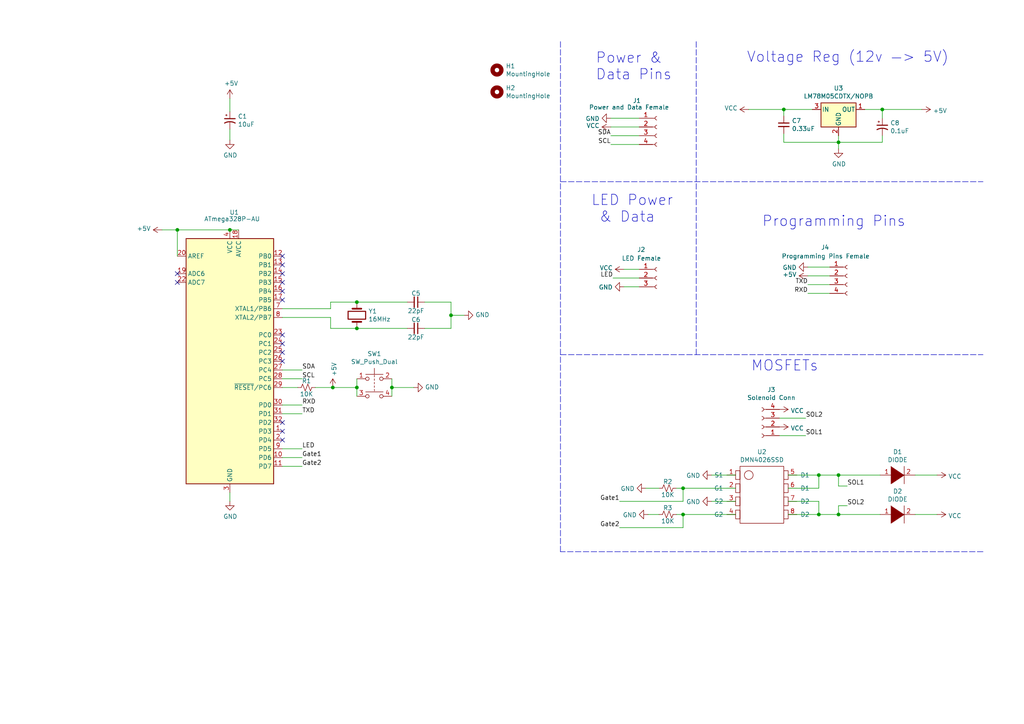
<source format=kicad_sch>
(kicad_sch (version 20211123) (generator eeschema)
  (paper "A4")
  (lib_symbols
    (symbol "Connector:Conn_01x03_Female" (pin_names (offset 1.016) hide)
      (property "Reference" "J" (at 0 5.08 0))
      (property "Value" "Conn_01x03_Female" (at 0 -5.08 0))
      (symbol "Conn_01x03_Female_1_1"
        (arc (start 0 -2.032) (mid -0.508 -2.54) (end 0 -3.048) (stroke (width 0.1524)))
        (polyline (pts (xy -1.27 -2.54) (xy -0.508 -2.54)) (stroke (width 0.1524)))
        (polyline (pts (xy -1.27 0) (xy -0.508 0)) (stroke (width 0.1524)))
        (polyline (pts (xy -1.27 2.54) (xy -0.508 2.54)) (stroke (width 0.1524)))
        (arc (start 0 0.508) (mid -0.508 0) (end 0 -0.508) (stroke (width 0.1524)))
        (arc (start 0 3.048) (mid -0.508 2.54) (end 0 2.032) (stroke (width 0.1524)))
        (pin passive line (at -5.08 2.54 0) (length 3.81) (name "Pin_1") (number "1"))
        (pin passive line (at -5.08 0 0) (length 3.81) (name "Pin_2") (number "2"))
        (pin passive line (at -5.08 -2.54 0) (length 3.81) (name "Pin_3") (number "3"))
      )
    )
    (symbol "Connector:Conn_01x04_Female" (pin_names (offset 1.016) hide)
      (property "Reference" "J" (at 0 5.08 0))
      (property "Value" "Conn_01x04_Female" (at 0 -7.62 0))
      (symbol "Conn_01x04_Female_1_1"
        (arc (start 0 -4.572) (mid -0.508 -5.08) (end 0 -5.588) (stroke (width 0.1524)))
        (arc (start 0 -2.032) (mid -0.508 -2.54) (end 0 -3.048) (stroke (width 0.1524)))
        (polyline (pts (xy -1.27 -5.08) (xy -0.508 -5.08)) (stroke (width 0.1524)))
        (polyline (pts (xy -1.27 -2.54) (xy -0.508 -2.54)) (stroke (width 0.1524)))
        (polyline (pts (xy -1.27 0) (xy -0.508 0)) (stroke (width 0.1524)))
        (polyline (pts (xy -1.27 2.54) (xy -0.508 2.54)) (stroke (width 0.1524)))
        (arc (start 0 0.508) (mid -0.508 0) (end 0 -0.508) (stroke (width 0.1524)))
        (arc (start 0 3.048) (mid -0.508 2.54) (end 0 2.032) (stroke (width 0.1524)))
        (pin passive line (at -5.08 2.54 0) (length 3.81) (name "Pin_1") (number "1"))
        (pin passive line (at -5.08 0 0) (length 3.81) (name "Pin_2") (number "2"))
        (pin passive line (at -5.08 -2.54 0) (length 3.81) (name "Pin_3") (number "3"))
        (pin passive line (at -5.08 -5.08 0) (length 3.81) (name "Pin_4") (number "4"))
      )
    )
    (symbol "Device:C_Small" (pin_numbers hide) (pin_names (offset 0.254) hide)
      (property "Reference" "C" (at 0.254 1.778 0))
      (property "Value" "C_Small" (at 0.254 -2.032 0))
      (symbol "C_Small_0_1"
        (polyline (pts (xy -1.524 -0.508) (xy 1.524 -0.508)) (stroke (width 0.3302)))
        (polyline (pts (xy -1.524 0.508) (xy 1.524 0.508)) (stroke (width 0.3048)))
      )
      (symbol "C_Small_1_1"
        (pin passive line (at 0 2.54 270) (length 2.032) (name "~") (number "1"))
        (pin passive line (at 0 -2.54 90) (length 2.032) (name "~") (number "2"))
      )
    )
    (symbol "Device:Crystal" (pin_numbers hide) (pin_names (offset 1.016) hide)
      (property "Reference" "Y" (at 0 3.81 0))
      (property "Value" "Crystal" (at 0 -3.81 0))
      (symbol "Crystal_0_1"
        (rectangle (start -1.143 2.54) (end 1.143 -2.54) (stroke (width 0.3048)))
        (polyline (pts (xy -2.54 0) (xy -1.905 0)))
        (polyline (pts (xy -1.905 -1.27) (xy -1.905 1.27)) (stroke (width 0.508)))
        (polyline (pts (xy 1.905 -1.27) (xy 1.905 1.27)) (stroke (width 0.508)))
        (polyline (pts (xy 2.54 0) (xy 1.905 0)))
      )
      (symbol "Crystal_1_1"
        (pin passive line (at -3.81 0 0) (length 1.27) (name "1") (number "1"))
        (pin passive line (at 3.81 0 180) (length 1.27) (name "2") (number "2"))
      )
    )
    (symbol "Device:R_Small_US" (pin_numbers hide) (pin_names (offset 0.254) hide)
      (property "Reference" "R" (at 0.762 0.508 0))
      (property "Value" "R_Small_US" (at 0.762 -1.016 0))
      (symbol "R_Small_US_1_1"
        (polyline (pts (xy 0 0) (xy 1.016 -0.381) (xy 0 -0.762) (xy -1.016 -1.143) (xy 0 -1.524)))
        (polyline (pts (xy 0 1.524) (xy 1.016 1.143) (xy 0 0.762) (xy -1.016 0.381) (xy 0 0)))
        (pin passive line (at 0 2.54 270) (length 1.016) (name "~") (number "1"))
        (pin passive line (at 0 -2.54 90) (length 1.016) (name "~") (number "2"))
      )
    )
    (symbol "Free_Flier_PCB-rescue:ATmega328P-AU-MCU_Microchip_ATmega"
      (property "Reference" "U" (at -12.7 36.83 0))
      (property "Value" "ATmega328P-AU-MCU_Microchip_ATmega" (at 2.54 -36.83 0))
      (symbol "ATmega328P-AU-MCU_Microchip_ATmega_0_1"
        (rectangle (start -12.7 -35.56) (end 12.7 35.56) (stroke (width 0.254)) (fill (type background)))
      )
      (symbol "ATmega328P-AU-MCU_Microchip_ATmega_1_1"
        (pin bidirectional line (at 15.24 -20.32 180) (length 2.54) (name "PD3") (number "1"))
        (pin bidirectional line (at 15.24 -27.94 180) (length 2.54) (name "PD6") (number "10"))
        (pin bidirectional line (at 15.24 -30.48 180) (length 2.54) (name "PD7") (number "11"))
        (pin bidirectional line (at 15.24 30.48 180) (length 2.54) (name "PB0") (number "12"))
        (pin bidirectional line (at 15.24 27.94 180) (length 2.54) (name "PB1") (number "13"))
        (pin bidirectional line (at 15.24 25.4 180) (length 2.54) (name "PB2") (number "14"))
        (pin bidirectional line (at 15.24 22.86 180) (length 2.54) (name "PB3") (number "15"))
        (pin bidirectional line (at 15.24 20.32 180) (length 2.54) (name "PB4") (number "16"))
        (pin bidirectional line (at 15.24 17.78 180) (length 2.54) (name "PB5") (number "17"))
        (pin power_in line (at 2.54 38.1 270) (length 2.54) (name "AVCC") (number "18"))
        (pin input line (at -15.24 25.4 0) (length 2.54) (name "ADC6") (number "19"))
        (pin bidirectional line (at 15.24 -22.86 180) (length 2.54) (name "PD4") (number "2"))
        (pin passive line (at -15.24 30.48 0) (length 2.54) (name "AREF") (number "20"))
        (pin passive line (at 0 -38.1 90) (length 2.54) hide (name "GND") (number "21"))
        (pin input line (at -15.24 22.86 0) (length 2.54) (name "ADC7") (number "22"))
        (pin bidirectional line (at 15.24 7.62 180) (length 2.54) (name "PC0") (number "23"))
        (pin bidirectional line (at 15.24 5.08 180) (length 2.54) (name "PC1") (number "24"))
        (pin bidirectional line (at 15.24 2.54 180) (length 2.54) (name "PC2") (number "25"))
        (pin bidirectional line (at 15.24 0 180) (length 2.54) (name "PC3") (number "26"))
        (pin bidirectional line (at 15.24 -2.54 180) (length 2.54) (name "PC4") (number "27"))
        (pin bidirectional line (at 15.24 -5.08 180) (length 2.54) (name "PC5") (number "28"))
        (pin bidirectional line (at 15.24 -7.62 180) (length 2.54) (name "~{RESET}/PC6") (number "29"))
        (pin power_in line (at 0 -38.1 90) (length 2.54) (name "GND") (number "3"))
        (pin bidirectional line (at 15.24 -12.7 180) (length 2.54) (name "PD0") (number "30"))
        (pin bidirectional line (at 15.24 -15.24 180) (length 2.54) (name "PD1") (number "31"))
        (pin bidirectional line (at 15.24 -17.78 180) (length 2.54) (name "PD2") (number "32"))
        (pin power_in line (at 0 38.1 270) (length 2.54) (name "VCC") (number "4"))
        (pin passive line (at 0 -38.1 90) (length 2.54) hide (name "GND") (number "5"))
        (pin passive line (at 0 38.1 270) (length 2.54) hide (name "VCC") (number "6"))
        (pin bidirectional line (at 15.24 15.24 180) (length 2.54) (name "XTAL1/PB6") (number "7"))
        (pin bidirectional line (at 15.24 12.7 180) (length 2.54) (name "XTAL2/PB7") (number "8"))
        (pin bidirectional line (at 15.24 -25.4 180) (length 2.54) (name "PD5") (number "9"))
      )
    )
    (symbol "Free_Flier_PCB-rescue:CP1_Small-Device" (pin_numbers hide) (pin_names (offset 0.254) hide)
      (property "Reference" "C" (at 0.254 1.778 0))
      (property "Value" "CP1_Small-Device" (at 0.254 -2.032 0))
      (symbol "CP1_Small-Device_0_1"
        (polyline (pts (xy -1.524 0.508) (xy 1.524 0.508)) (stroke (width 0.3048)))
        (polyline (pts (xy -1.27 1.524) (xy -0.762 1.524)))
        (polyline (pts (xy -1.016 1.27) (xy -1.016 1.778)))
        (arc (start 1.524 -0.762) (mid 0 -0.3734) (end -1.524 -0.762) (stroke (width 0.3048)))
      )
      (symbol "CP1_Small-Device_1_1"
        (pin passive line (at 0 2.54 270) (length 2.032) (name "~") (number "1"))
        (pin passive line (at 0 -2.54 90) (length 2.032) (name "~") (number "2"))
      )
    )
    (symbol "Free_Flier_PCB-rescue:DMN4026SSD-New_Library" (pin_names (offset 1.016))
      (property "Reference" "U" (at 1.27 13.97 0))
      (property "Value" "DMN4026SSD-New_Library" (at 1.27 -5.08 0))
      (symbol "DMN4026SSD-New_Library_0_1"
        (rectangle (start -5.08 0) (end -6.35 -2.54))
        (rectangle (start -5.08 3.81) (end -6.35 1.27))
        (rectangle (start -5.08 7.62) (end -6.35 5.08))
        (rectangle (start -5.08 11.43) (end -6.35 8.89))
        (rectangle (start -5.08 12.7) (end 7.62 -3.81))
        (circle (center -2.54 10.16) (radius 1.27))
        (rectangle (start 7.62 0) (end 8.89 -2.54))
        (rectangle (start 7.62 3.81) (end 8.89 1.27))
        (rectangle (start 7.62 7.62) (end 8.89 5.08))
        (rectangle (start 7.62 11.43) (end 8.89 8.89))
      )
      (symbol "DMN4026SSD-New_Library_1_1"
        (pin input line (at -6.35 10.16 180) (length 2.54) (name "S1") (number "1"))
        (pin input line (at -6.35 6.35 180) (length 2.54) (name "G1") (number "2"))
        (pin input line (at -6.35 2.54 180) (length 2.54) (name "S2") (number "3"))
        (pin input line (at -6.35 -1.27 180) (length 2.54) (name "G2") (number "4"))
        (pin input line (at 8.89 10.16 0) (length 2.54) (name "D1") (number "5"))
        (pin input line (at 8.89 6.35 0) (length 2.54) (name "D1") (number "6"))
        (pin input line (at 8.89 2.54 0) (length 2.54) (name "D2") (number "7"))
        (pin input line (at 8.89 -1.27 0) (length 2.54) (name "D2") (number "8"))
      )
    )
    (symbol "Mechanical:MountingHole" (pin_names (offset 1.016))
      (property "Reference" "H" (at 0 5.08 0))
      (property "Value" "MountingHole" (at 0 3.175 0))
      (symbol "MountingHole_0_1"
        (circle (center 0 0) (radius 1.27) (stroke (width 1.27)))
      )
    )
    (symbol "Regulator_Linear:L78L05_SOT89" (pin_names (offset 0.254))
      (property "Reference" "U" (at -3.81 3.175 0))
      (property "Value" "L78L05_SOT89" (at -0.635 3.175 0))
      (symbol "L78L05_SOT89_0_1"
        (rectangle (start -5.08 1.905) (end 5.08 -5.08) (stroke (width 0.254)) (fill (type background)))
      )
      (symbol "L78L05_SOT89_1_1"
        (pin power_out line (at 7.62 0 180) (length 2.54) (name "OUT") (number "1"))
        (pin power_in line (at 0 -7.62 90) (length 2.54) (name "GND") (number "2"))
        (pin power_in line (at -7.62 0 0) (length 2.54) (name "IN") (number "3"))
      )
    )
    (symbol "Switch:SW_Push_Dual" (pin_names (offset 1.016) hide)
      (property "Reference" "SW" (at 1.27 2.54 0))
      (property "Value" "SW_Push_Dual" (at 0 -6.858 0))
      (symbol "SW_Push_Dual_0_1"
        (circle (center -2.032 -5.08) (radius 0.508))
        (circle (center -2.032 0) (radius 0.508))
        (polyline (pts (xy 0 -3.048) (xy 0 -3.556)))
        (polyline (pts (xy 0 -2.032) (xy 0 -2.54)))
        (polyline (pts (xy 0 -1.524) (xy 0 -1.016)))
        (polyline (pts (xy 0 -0.508) (xy 0 0)))
        (polyline (pts (xy 0 0.508) (xy 0 1.016)))
        (polyline (pts (xy 0 1.27) (xy 0 3.048)))
        (polyline (pts (xy 2.54 -3.81) (xy -2.54 -3.81)))
        (polyline (pts (xy 2.54 1.27) (xy -2.54 1.27)))
        (circle (center 2.032 -5.08) (radius 0.508))
        (circle (center 2.032 0) (radius 0.508))
        (pin passive line (at -5.08 0 0) (length 2.54) (name "1") (number "1"))
        (pin passive line (at 5.08 0 180) (length 2.54) (name "2") (number "2"))
        (pin passive line (at -5.08 -5.08 0) (length 2.54) (name "3") (number "3"))
        (pin passive line (at 5.08 -5.08 180) (length 2.54) (name "4") (number "4"))
      )
    )
    (symbol "power:+5V" (power) (pin_names (offset 0))
      (property "Value" "+5V" (at 0 3.556 0))
      (symbol "+5V_0_1"
        (polyline (pts (xy -0.762 1.27) (xy 0 2.54)))
        (polyline (pts (xy 0 0) (xy 0 2.54)))
        (polyline (pts (xy 0 2.54) (xy 0.762 1.27)))
      )
      (symbol "+5V_1_1"
        (pin power_in line (at 0 0 90) (length 0) hide (name "+5V") (number "1"))
      )
    )
    (symbol "power:GND" (power) (pin_names (offset 0))
      (property "Value" "GND" (at 0 -3.81 0))
      (symbol "GND_0_1"
        (polyline (pts (xy 0 0) (xy 0 -1.27) (xy 1.27 -1.27) (xy 0 -2.54) (xy -1.27 -1.27) (xy 0 -1.27)))
      )
      (symbol "GND_1_1"
        (pin power_in line (at 0 0 270) (length 0) hide (name "GND") (number "1"))
      )
    )
    (symbol "power:VCC" (power) (pin_names (offset 0))
      (property "Value" "VCC" (at 0 3.81 0))
      (symbol "VCC_0_1"
        (polyline (pts (xy -0.762 1.27) (xy 0 2.54)))
        (polyline (pts (xy 0 0) (xy 0 2.54)))
        (polyline (pts (xy 0 2.54) (xy 0.762 1.27)))
      )
      (symbol "VCC_1_1"
        (pin power_in line (at 0 0 90) (length 0) hide (name "VCC") (number "1"))
      )
    )
    (symbol "pspice:DIODE" (pin_names (offset 1.016) hide)
      (property "Reference" "D" (at 0 3.81 0))
      (property "Value" "DIODE" (at 0 -4.445 0))
      (symbol "DIODE_0_1"
        (polyline (pts (xy 1.905 2.54) (xy 1.905 -2.54)))
        (polyline (pts (xy -1.905 2.54) (xy -1.905 -2.54) (xy 1.905 0)) (fill (type outline)))
      )
      (symbol "DIODE_1_1"
        (pin input line (at -5.08 0 0) (length 3.81) (name "K") (number "1"))
        (pin input line (at 5.08 0 180) (length 3.81) (name "A") (number "2"))
      )
    )
  )
  (junction (at 255.905 31.75))
  (junction (at 243.205 137.795))
  (junction (at 243.205 41.275))
  (junction (at 96.52 112.395))
  (junction (at 103.505 112.395))
  (junction (at 198.12 149.225))
  (junction (at 237.49 137.795))
  (junction (at 51.435 66.675))
  (junction (at 237.49 149.225))
  (junction (at 103.505 95.25))
  (junction (at 66.675 66.675))
  (junction (at 198.12 141.605))
  (junction (at 103.505 87.63))
  (junction (at 130.81 91.44))
  (junction (at 243.205 149.225))
  (junction (at 113.665 112.395))
  (junction (at 227.33 31.75))
  (no_connect (at 51.435 79.375))
  (no_connect (at 81.915 84.455))
  (no_connect (at 81.915 86.995))
  (no_connect (at 81.915 102.235))
  (no_connect (at 81.915 79.375))
  (no_connect (at 81.915 76.835))
  (no_connect (at 81.915 99.695))
  (no_connect (at 81.915 122.555))
  (no_connect (at 81.915 97.155))
  (no_connect (at 81.915 81.915))
  (no_connect (at 81.915 127.635))
  (no_connect (at 81.915 125.095))
  (no_connect (at 51.435 81.915))
  (no_connect (at 81.915 104.775))
  (no_connect (at 81.915 74.295))
  (wire (pts (xy 196.215 141.605) (xy 198.12 141.605)))
  (wire (pts (xy 177.165 39.37) (xy 185.42 39.37)))
  (wire (pts (xy 198.12 141.605) (xy 213.36 141.605)))
  (polyline (pts (xy 162.56 102.87) (xy 285.115 102.87)))
  (wire (pts (xy 185.42 78.105) (xy 180.975 78.105)))
  (wire (pts (xy 237.49 149.225) (xy 243.205 149.225)))
  (wire (pts (xy 267.335 31.75) (xy 255.905 31.75)))
  (wire (pts (xy 87.63 107.315) (xy 81.915 107.315)))
  (wire (pts (xy 240.665 85.09) (xy 234.315 85.09)))
  (wire (pts (xy 213.36 137.795) (xy 206.375 137.795)))
  (wire (pts (xy 233.68 121.285) (xy 226.06 121.285)))
  (wire (pts (xy 179.705 153.035) (xy 198.12 153.035)))
  (wire (pts (xy 227.33 38.735) (xy 227.33 41.275)))
  (wire (pts (xy 103.505 87.63) (xy 118.11 87.63)))
  (wire (pts (xy 198.12 145.415) (xy 179.705 145.415)))
  (wire (pts (xy 271.78 149.225) (xy 265.43 149.225)))
  (wire (pts (xy 265.43 137.795) (xy 271.78 137.795)))
  (wire (pts (xy 103.505 95.25) (xy 118.11 95.25)))
  (wire (pts (xy 234.315 80.01) (xy 240.665 80.01)))
  (wire (pts (xy 198.12 149.225) (xy 213.36 149.225)))
  (wire (pts (xy 217.17 31.75) (xy 227.33 31.75)))
  (wire (pts (xy 66.675 32.385) (xy 66.675 28.575)))
  (wire (pts (xy 243.205 41.275) (xy 243.205 39.37)))
  (wire (pts (xy 95.885 95.25) (xy 95.885 92.075)))
  (wire (pts (xy 255.905 31.75) (xy 250.825 31.75)))
  (polyline (pts (xy 285.115 160.02) (xy 162.56 160.02)))
  (wire (pts (xy 103.505 112.395) (xy 96.52 112.395)))
  (wire (pts (xy 69.215 66.675) (xy 66.675 66.675)))
  (wire (pts (xy 96.52 112.395) (xy 91.44 112.395)))
  (wire (pts (xy 66.675 66.675) (xy 51.435 66.675)))
  (wire (pts (xy 123.19 87.63) (xy 130.81 87.63)))
  (wire (pts (xy 177.165 34.29) (xy 185.42 34.29)))
  (wire (pts (xy 120.015 112.395) (xy 113.665 112.395)))
  (wire (pts (xy 177.165 36.83) (xy 185.42 36.83)))
  (wire (pts (xy 113.665 112.395) (xy 113.665 109.855)))
  (wire (pts (xy 51.435 66.675) (xy 51.435 74.295)))
  (wire (pts (xy 243.205 137.795) (xy 255.27 137.795)))
  (wire (pts (xy 81.915 109.855) (xy 87.63 109.855)))
  (wire (pts (xy 103.505 112.395) (xy 103.505 114.935)))
  (wire (pts (xy 240.665 77.47) (xy 234.315 77.47)))
  (wire (pts (xy 198.12 153.035) (xy 198.12 149.225)))
  (wire (pts (xy 103.505 95.25) (xy 95.885 95.25)))
  (wire (pts (xy 130.81 91.44) (xy 130.81 95.25)))
  (wire (pts (xy 255.905 34.29) (xy 255.905 31.75)))
  (wire (pts (xy 206.375 145.415) (xy 213.36 145.415)))
  (wire (pts (xy 81.915 132.715) (xy 87.63 132.715)))
  (wire (pts (xy 245.745 146.685) (xy 243.205 146.685)))
  (wire (pts (xy 237.49 141.605) (xy 237.49 137.795)))
  (wire (pts (xy 243.205 41.275) (xy 255.905 41.275)))
  (wire (pts (xy 243.205 149.225) (xy 255.27 149.225)))
  (wire (pts (xy 228.6 149.225) (xy 237.49 149.225)))
  (wire (pts (xy 196.215 149.225) (xy 198.12 149.225)))
  (wire (pts (xy 66.675 142.875) (xy 66.675 145.415)))
  (wire (pts (xy 177.8 80.645) (xy 185.42 80.645)))
  (wire (pts (xy 228.6 141.605) (xy 237.49 141.605)))
  (wire (pts (xy 180.975 83.185) (xy 185.42 83.185)))
  (wire (pts (xy 187.96 149.225) (xy 191.135 149.225)))
  (wire (pts (xy 255.905 41.275) (xy 255.905 39.37)))
  (wire (pts (xy 130.81 87.63) (xy 130.81 91.44)))
  (wire (pts (xy 237.49 145.415) (xy 237.49 149.225)))
  (wire (pts (xy 227.33 41.275) (xy 243.205 41.275)))
  (wire (pts (xy 185.42 41.91) (xy 177.165 41.91)))
  (wire (pts (xy 234.315 82.55) (xy 240.665 82.55)))
  (polyline (pts (xy 162.56 12.065) (xy 162.56 160.02)))
  (wire (pts (xy 245.745 140.97) (xy 243.205 140.97)))
  (wire (pts (xy 95.885 89.535) (xy 95.885 87.63)))
  (wire (pts (xy 95.885 92.075) (xy 81.915 92.075)))
  (wire (pts (xy 87.63 117.475) (xy 81.915 117.475)))
  (wire (pts (xy 226.06 126.365) (xy 233.68 126.365)))
  (wire (pts (xy 187.325 141.605) (xy 191.135 141.605)))
  (wire (pts (xy 103.505 112.395) (xy 103.505 109.855)))
  (wire (pts (xy 134.62 91.44) (xy 130.81 91.44)))
  (wire (pts (xy 198.12 141.605) (xy 198.12 145.415)))
  (wire (pts (xy 228.6 145.415) (xy 237.49 145.415)))
  (wire (pts (xy 243.205 43.18) (xy 243.205 41.275)))
  (polyline (pts (xy 201.93 12.065) (xy 201.93 102.87)))
  (wire (pts (xy 237.49 137.795) (xy 243.205 137.795)))
  (wire (pts (xy 81.915 120.015) (xy 87.63 120.015)))
  (wire (pts (xy 227.33 33.655) (xy 227.33 31.75)))
  (wire (pts (xy 86.36 112.395) (xy 81.915 112.395)))
  (wire (pts (xy 66.675 37.465) (xy 66.675 40.64)))
  (wire (pts (xy 237.49 137.795) (xy 228.6 137.795)))
  (wire (pts (xy 87.63 130.175) (xy 81.915 130.175)))
  (polyline (pts (xy 162.56 52.705) (xy 285.115 52.705)))
  (wire (pts (xy 130.81 95.25) (xy 123.19 95.25)))
  (wire (pts (xy 81.915 89.535) (xy 95.885 89.535)))
  (wire (pts (xy 95.885 87.63) (xy 103.505 87.63)))
  (wire (pts (xy 243.205 140.97) (xy 243.205 137.795)))
  (wire (pts (xy 87.63 135.255) (xy 81.915 135.255)))
  (wire (pts (xy 113.665 112.395) (xy 113.665 114.935)))
  (wire (pts (xy 227.33 31.75) (xy 235.585 31.75)))
  (wire (pts (xy 46.99 66.675) (xy 51.435 66.675)))
  (wire (pts (xy 243.205 146.685) (xy 243.205 149.225)))
  (text "Voltage Reg (12v —> 5V)\n" (at 216.535 18.415 0) (effects (font (size 2.9972 2.9972)) (justify left bottom)))
  (text "Programming Pins\n" (at 220.98 66.04 0) (effects (font (size 2.9972 2.9972)) (justify left bottom)))
  (text "LED Power\n & Data\n" (at 171.45 64.77 0) (effects (font (size 2.9972 2.9972)) (justify left bottom)))
  (text "MOSFETs\n" (at 217.805 107.95 0) (effects (font (size 2.9972 2.9972)) (justify left bottom)))
  (text "Power & \nData Pins\n" (at 172.72 23.495 0) (effects (font (size 2.9972 2.9972)) (justify left bottom)))
  (label "SOL1" (at 233.68 126.365 0))
  (label "SOL2" (at 245.745 146.685 0))
  (label "RXD" (at 234.315 85.09 180))
  (label "Gate2" (at 179.705 153.035 180))
  (label "TXD" (at 87.63 120.015 0))
  (label "SOL1" (at 245.745 140.97 0))
  (label "LED" (at 177.8 80.645 180))
  (label "SCL" (at 87.63 109.855 0))
  (label "RXD" (at 87.63 117.475 0))
  (label "LED" (at 87.63 130.175 0))
  (label "Gate1" (at 87.63 132.715 0))
  (label "SDA" (at 87.63 107.315 0))
  (label "SOL2" (at 233.68 121.285 0))
  (label "Gate1" (at 179.705 145.415 180))
  (label "SDA" (at 177.165 39.37 180))
  (label "TXD" (at 234.315 82.55 180))
  (label "SCL" (at 177.165 41.91 180))
  (label "Gate2" (at 87.63 135.255 0))
  (symbol (lib_id "Free_Flier_PCB-rescue:ATmega328P-AU-MCU_Microchip_ATmega") (at 66.675 104.775 0) (unit 1)
    (property "Reference" "U1" (at 67.945 61.595 0))
    (property "Value" "ATmega328P-AU" (at 67.31 63.5 0))
    (property "Footprint" "Package_QFP:TQFP-32_7x7mm_P0.8mm" (effects hide))
    (property "Datasheet" "http://ww1.microchip.com/downloads/en/DeviceDoc/ATmega328_P%20AVR%20MCU%20with%20picoPower%20Technology%20Data%20Sheet%2040001984A.pdf" (effects hide))
  )
  (symbol (lib_id "Free_Flier_PCB-rescue:DMN4026SSD-New_Library") (at 219.71 147.955 0) (unit 1)
    (property "Reference" "U2" (at 220.98 131.064 0))
    (property "Value" "DMN4026SSD" (at 220.98 133.3754 0))
    (property "Footprint" "footprints:SOIC127P600X150-8N" (effects hide))
  )
  (symbol (lib_id "pspice:DIODE") (at 260.35 137.795 0) (unit 1)
    (property "Reference" "D1" (at 260.35 131.064 0))
    (property "Value" "DIODE" (at 260.35 133.3754 0))
    (property "Footprint" "Diode_SMD:D_1812_4532Metric_Pad1.30x3.40mm_HandSolder" (effects hide))
  )
  (symbol (lib_id "Device:R_Small_US") (at 193.675 141.605 270) (unit 1)
    (property "Reference" "R2" (at 193.675 139.7 90))
    (property "Value" "10K" (at 193.675 143.51 90))
    (property "Footprint" "Resistor_SMD:R_0805_2012Metric_Pad1.20x1.40mm_HandSolder" (effects hide))
  )
  (symbol (lib_id "Device:R_Small_US") (at 193.675 149.225 270) (unit 1)
    (property "Reference" "R3" (at 193.675 147.32 90))
    (property "Value" "10K" (at 193.675 151.13 90))
    (property "Footprint" "Resistor_SMD:R_0805_2012Metric_Pad1.20x1.40mm_HandSolder" (effects hide))
  )
  (symbol (lib_id "pspice:DIODE") (at 260.35 149.225 0) (unit 1)
    (property "Reference" "D2" (at 260.35 142.494 0))
    (property "Value" "DIODE" (at 260.35 144.8054 0))
    (property "Footprint" "Diode_SMD:D_1812_4532Metric_Pad1.30x3.40mm_HandSolder" (effects hide))
  )
  (symbol (lib_id "power:GND") (at 206.375 137.795 270) (unit 1)
    (property "Reference" "#PWR0101" (effects hide))
    (property "Value" "GND" (at 203.1238 137.922 90) (effects (justify right)))
  )
  (symbol (lib_id "power:GND") (at 206.375 145.415 270) (unit 1)
    (property "Reference" "#PWR0102" (effects hide))
    (property "Value" "GND" (at 203.1238 145.542 90) (effects (justify right)))
  )
  (symbol (lib_id "power:GND") (at 187.325 141.605 270) (unit 1)
    (property "Reference" "#PWR0103" (effects hide))
    (property "Value" "GND" (at 184.0738 141.732 90) (effects (justify right)))
  )
  (symbol (lib_id "power:GND") (at 187.96 149.225 270) (unit 1)
    (property "Reference" "#PWR0104" (effects hide))
    (property "Value" "GND" (at 184.7088 149.352 90) (effects (justify right)))
  )
  (symbol (lib_id "power:VCC") (at 271.78 137.795 270) (unit 1)
    (property "Reference" "#PWR0105" (effects hide))
    (property "Value" "VCC" (at 275.0312 138.176 90) (effects (justify left)))
  )
  (symbol (lib_id "power:VCC") (at 271.78 149.225 270) (unit 1)
    (property "Reference" "#PWR0106" (effects hide))
    (property "Value" "VCC" (at 275.0312 149.606 90) (effects (justify left)))
  )
  (symbol (lib_id "Device:Crystal") (at 103.505 91.44 270) (unit 1)
    (property "Reference" "Y1" (at 106.8324 90.2716 90) (effects (justify left)))
    (property "Value" "16MHz" (at 106.8324 92.583 90) (effects (justify left)))
    (property "Footprint" "footprints:Abracon-ABL-16.000MHZ-B2-0" (effects hide))
  )
  (symbol (lib_id "Device:C_Small") (at 120.65 87.63 270) (unit 1)
    (property "Reference" "C5" (at 120.65 85.09 90))
    (property "Value" "22pF" (at 120.65 90.17 90))
    (property "Footprint" "Capacitor_THT:C_Rect_L4.6mm_W3.0mm_P2.50mm_MKS02_FKP02" (effects hide))
  )
  (symbol (lib_id "Device:C_Small") (at 120.65 95.25 270) (unit 1)
    (property "Reference" "C6" (at 120.65 92.71 90))
    (property "Value" "22pF" (at 120.65 97.79 90))
    (property "Footprint" "Capacitor_THT:C_Rect_L4.6mm_W3.0mm_P2.50mm_MKS02_FKP02" (effects hide))
  )
  (symbol (lib_id "power:VCC") (at 226.06 123.825 270) (unit 1)
    (property "Reference" "#PWR0123" (effects hide))
    (property "Value" "VCC" (at 229.3112 124.206 90) (effects (justify left)))
  )
  (symbol (lib_id "power:VCC") (at 226.06 118.745 270) (unit 1)
    (property "Reference" "#PWR0124" (effects hide))
    (property "Value" "VCC" (at 229.3112 119.126 90) (effects (justify left)))
  )
  (symbol (lib_id "Connector:Conn_01x04_Female") (at 220.98 123.825 180) (unit 1)
    (property "Reference" "J3" (at 223.7232 113.03 0))
    (property "Value" "Solenoid Conn" (at 223.7232 115.3414 0))
    (property "Footprint" "Connector_PinHeader_2.54mm:PinHeader_1x04_P2.54mm_Vertical" (effects hide))
  )
  (symbol (lib_id "Mechanical:MountingHole") (at 144.145 20.32 0) (unit 1)
    (property "Reference" "H1" (at 146.685 19.1516 0) (effects (justify left)))
    (property "Value" "MountingHole" (at 146.685 21.463 0) (effects (justify left)))
    (property "Footprint" "MountingHole:MountingHole_2.2mm_M2" (effects hide))
  )
  (symbol (lib_id "Mechanical:MountingHole") (at 144.145 26.67 0) (unit 1)
    (property "Reference" "H2" (at 146.685 25.5016 0) (effects (justify left)))
    (property "Value" "MountingHole" (at 146.685 27.813 0) (effects (justify left)))
    (property "Footprint" "MountingHole:MountingHole_2.2mm_M2" (effects hide))
  )
  (symbol (lib_id "power:GND") (at 134.62 91.44 90) (unit 1)
    (property "Reference" "#PWR0107" (effects hide))
    (property "Value" "GND" (at 137.8712 91.313 90) (effects (justify right)))
  )
  (symbol (lib_id "power:+5V") (at 66.675 28.575 0) (unit 1)
    (property "Reference" "#PWR0108" (effects hide))
    (property "Value" "+5V" (at 67.056 24.1808 0))
  )
  (symbol (lib_id "power:GND") (at 66.675 40.64 0) (unit 1)
    (property "Reference" "#PWR0109" (effects hide))
    (property "Value" "GND" (at 66.802 45.0342 0))
  )
  (symbol (lib_id "power:+5V") (at 46.99 66.675 90) (unit 1)
    (property "Reference" "#PWR0110" (effects hide))
    (property "Value" "+5V" (at 43.7388 66.294 90) (effects (justify left)))
  )
  (symbol (lib_id "Device:R_Small_US") (at 88.9 112.395 270) (unit 1)
    (property "Reference" "R1" (at 88.9 110.49 90))
    (property "Value" "10K" (at 88.9 114.3 90))
    (property "Footprint" "Resistor_SMD:R_0805_2012Metric_Pad1.20x1.40mm_HandSolder" (effects hide))
  )
  (symbol (lib_id "power:+5V") (at 96.52 112.395 0) (unit 1)
    (property "Reference" "#PWR0111" (effects hide))
    (property "Value" "+5V" (at 96.901 109.1438 90) (effects (justify left)))
  )
  (symbol (lib_id "Free_Flier_PCB-rescue:CP1_Small-Device") (at 66.675 34.925 0) (unit 1)
    (property "Reference" "C1" (at 68.9864 33.7566 0) (effects (justify left)))
    (property "Value" "10uF" (at 68.9864 36.068 0) (effects (justify left)))
    (property "Footprint" "Capacitor_THT:CP_Radial_D4.0mm_P1.50mm" (effects hide))
  )
  (symbol (lib_id "power:GND") (at 66.675 145.415 0) (unit 1)
    (property "Reference" "#PWR0112" (effects hide))
    (property "Value" "GND" (at 66.802 149.8092 0))
  )
  (symbol (lib_id "Regulator_Linear:L78L05_SOT89") (at 243.205 31.75 0) (unit 1)
    (property "Reference" "U3" (at 243.205 25.6032 0))
    (property "Value" "LM78M05CDTX/NOPB" (at 243.205 27.9146 0))
    (property "Footprint" "footprints:TO228P991X255-3N" (effects hide))
    (property "Datasheet" "http://www.st.com/content/ccc/resource/technical/document/datasheet/15/55/e5/aa/23/5b/43/fd/CD00000446.pdf/files/CD00000446.pdf/jcr:content/translations/en.CD00000446.pdf" (effects hide))
    (property "Field4" "https://www.mouser.com/ProductDetail/Texas-Instruments/LM78M05CDTX-NOPB?qs=QbsRYf82W3EiU0JYWOMfbg%3D%3D" (effects hide))
  )
  (symbol (lib_id "power:GND") (at 243.205 43.18 0) (unit 1)
    (property "Reference" "#PWR0113" (effects hide))
    (property "Value" "GND" (at 243.332 47.5742 0))
  )
  (symbol (lib_id "Device:C_Small") (at 227.33 36.195 0) (unit 1)
    (property "Reference" "C7" (at 229.6668 35.0266 0) (effects (justify left)))
    (property "Value" "0.33uF" (at 229.6668 37.338 0) (effects (justify left)))
    (property "Footprint" "Capacitor_THT:C_Rect_L4.6mm_W3.0mm_P2.50mm_MKS02_FKP02" (effects hide))
  )
  (symbol (lib_id "Free_Flier_PCB-rescue:CP1_Small-Device") (at 255.905 36.83 0) (unit 1)
    (property "Reference" "C8" (at 258.2164 35.6616 0) (effects (justify left)))
    (property "Value" "0.1uF" (at 258.2164 37.973 0) (effects (justify left)))
    (property "Footprint" "Capacitor_THT:CP_Radial_D4.0mm_P1.50mm" (effects hide))
  )
  (symbol (lib_id "power:VCC") (at 217.17 31.75 90) (unit 1)
    (property "Reference" "#PWR0114" (effects hide))
    (property "Value" "VCC" (at 213.9442 31.369 90) (effects (justify left)))
  )
  (symbol (lib_id "power:+5V") (at 267.335 31.75 270) (unit 1)
    (property "Reference" "#PWR0115" (effects hide))
    (property "Value" "+5V" (at 270.5862 32.131 90) (effects (justify left)))
  )
  (symbol (lib_id "Connector:Conn_01x04_Female") (at 245.745 80.01 0) (unit 1)
    (property "Reference" "J4" (at 238.125 71.755 0) (effects (justify left)))
    (property "Value" "Programming Pins Female" (at 226.695 74.295 0) (effects (justify left)))
    (property "Footprint" "Connector_PinHeader_2.54mm:PinHeader_1x04_P2.54mm_Vertical" (effects hide))
  )
  (symbol (lib_id "power:+5V") (at 234.315 80.01 90) (unit 1)
    (property "Reference" "#PWR0116" (effects hide))
    (property "Value" "+5V" (at 231.0638 79.629 90) (effects (justify left)))
  )
  (symbol (lib_id "power:GND") (at 234.315 77.47 270) (unit 1)
    (property "Reference" "#PWR0117" (effects hide))
    (property "Value" "GND" (at 231.0638 77.597 90) (effects (justify right)))
  )
  (symbol (lib_id "power:GND") (at 120.015 112.395 90) (unit 1)
    (property "Reference" "#PWR0118" (effects hide))
    (property "Value" "GND" (at 123.2662 112.268 90) (effects (justify right)))
  )
  (symbol (lib_id "Switch:SW_Push_Dual") (at 108.585 109.855 0) (unit 1)
    (property "Reference" "SW1" (at 108.585 102.616 0))
    (property "Value" "SW_Push_Dual" (at 108.585 104.9274 0))
    (property "Footprint" "Button_Switch_THT:SW_PUSH_6mm" (effects hide))
  )
  (symbol (lib_id "Connector:Conn_01x04_Female") (at 190.5 36.83 0) (unit 1)
    (property "Reference" "J1" (at 183.515 29.21 0) (effects (justify left)))
    (property "Value" "Power and Data Female" (at 170.815 31.115 0) (effects (justify left)))
    (property "Footprint" "Connector_PinHeader_2.54mm:PinHeader_1x04_P2.54mm_Vertical" (effects hide))
  )
  (symbol (lib_id "power:GND") (at 177.165 34.29 270) (unit 1)
    (property "Reference" "#PWR0119" (effects hide))
    (property "Value" "GND" (at 173.9138 34.417 90) (effects (justify right)))
  )
  (symbol (lib_id "power:VCC") (at 177.165 36.83 90) (unit 1)
    (property "Reference" "#PWR0120" (effects hide))
    (property "Value" "VCC" (at 173.9138 36.449 90) (effects (justify left)))
  )
  (symbol (lib_id "Connector:Conn_01x03_Female") (at 190.5 80.645 0) (unit 1)
    (property "Reference" "J2" (at 184.785 72.39 0) (effects (justify left)))
    (property "Value" "LED Female" (at 180.34 74.93 0) (effects (justify left)))
    (property "Footprint" "Connector_PinHeader_2.54mm:PinHeader_1x03_P2.54mm_Vertical" (effects hide))
  )
  (symbol (lib_id "power:VCC") (at 180.975 78.105 90) (unit 1)
    (property "Reference" "#PWR0121" (effects hide))
    (property "Value" "VCC" (at 177.7492 77.724 90) (effects (justify left)))
  )
  (symbol (lib_id "power:GND") (at 180.975 83.185 270) (unit 1)
    (property "Reference" "#PWR0122" (effects hide))
    (property "Value" "GND" (at 177.7238 83.312 90) (effects (justify right)))
  )
)
</source>
